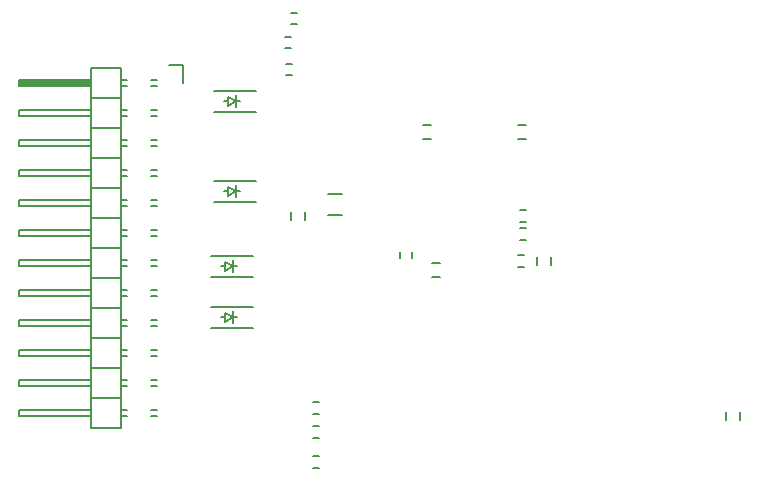
<source format=gbo>
G04 #@! TF.FileFunction,Legend,Bot*
%FSLAX46Y46*%
G04 Gerber Fmt 4.6, Leading zero omitted, Abs format (unit mm)*
G04 Created by KiCad (PCBNEW 4.0.1-stable) date 01/02/2016 19:28:03*
%MOMM*%
G01*
G04 APERTURE LIST*
%ADD10C,0.100000*%
%ADD11C,0.150000*%
G04 APERTURE END LIST*
D10*
D11*
X123910000Y-132130000D02*
X123910000Y-132830000D01*
X125110000Y-132830000D02*
X125110000Y-132130000D01*
X87040000Y-98335000D02*
X87540000Y-98335000D01*
X87540000Y-99285000D02*
X87040000Y-99285000D01*
X86650000Y-102675000D02*
X87150000Y-102675000D01*
X87150000Y-103625000D02*
X86650000Y-103625000D01*
X88904000Y-133383000D02*
X89404000Y-133383000D01*
X89404000Y-134333000D02*
X88904000Y-134333000D01*
X88904000Y-131351000D02*
X89404000Y-131351000D01*
X89404000Y-132301000D02*
X88904000Y-132301000D01*
X86525000Y-100375000D02*
X87025000Y-100375000D01*
X87025000Y-101325000D02*
X86525000Y-101325000D01*
X88904000Y-135923000D02*
X89404000Y-135923000D01*
X89404000Y-136873000D02*
X88904000Y-136873000D01*
X87075000Y-115200000D02*
X87075000Y-115900000D01*
X88275000Y-115900000D02*
X88275000Y-115200000D01*
X98964000Y-120742000D02*
X99664000Y-120742000D01*
X99664000Y-119542000D02*
X98964000Y-119542000D01*
X106950000Y-107840000D02*
X106250000Y-107840000D01*
X106250000Y-109040000D02*
X106950000Y-109040000D01*
X107858000Y-119030000D02*
X107858000Y-119730000D01*
X109058000Y-119730000D02*
X109058000Y-119030000D01*
X98202000Y-109058000D02*
X98902000Y-109058000D01*
X98902000Y-107858000D02*
X98202000Y-107858000D01*
X81746500Y-113464000D02*
X81365500Y-113464000D01*
X82762500Y-113464000D02*
X82381500Y-113464000D01*
X82381500Y-113464000D02*
X81746500Y-113083000D01*
X81746500Y-113083000D02*
X81746500Y-113845000D01*
X81746500Y-113845000D02*
X82381500Y-113464000D01*
X82381500Y-112956000D02*
X82381500Y-113972000D01*
X84064000Y-114364000D02*
X80524000Y-114364000D01*
X84064000Y-112564000D02*
X80524000Y-112564000D01*
X81492500Y-119814000D02*
X81111500Y-119814000D01*
X82508500Y-119814000D02*
X82127500Y-119814000D01*
X82127500Y-119814000D02*
X81492500Y-119433000D01*
X81492500Y-119433000D02*
X81492500Y-120195000D01*
X81492500Y-120195000D02*
X82127500Y-119814000D01*
X82127500Y-119306000D02*
X82127500Y-120322000D01*
X83810000Y-120714000D02*
X80270000Y-120714000D01*
X83810000Y-118914000D02*
X80270000Y-118914000D01*
X81746500Y-105844000D02*
X81365500Y-105844000D01*
X82762500Y-105844000D02*
X82381500Y-105844000D01*
X82381500Y-105844000D02*
X81746500Y-105463000D01*
X81746500Y-105463000D02*
X81746500Y-106225000D01*
X81746500Y-106225000D02*
X82381500Y-105844000D01*
X82381500Y-105336000D02*
X82381500Y-106352000D01*
X84064000Y-106744000D02*
X80524000Y-106744000D01*
X84064000Y-104944000D02*
X80524000Y-104944000D01*
X81492500Y-124132000D02*
X81111500Y-124132000D01*
X82508500Y-124132000D02*
X82127500Y-124132000D01*
X82127500Y-124132000D02*
X81492500Y-123751000D01*
X81492500Y-123751000D02*
X81492500Y-124513000D01*
X81492500Y-124513000D02*
X82127500Y-124132000D01*
X82127500Y-123624000D02*
X82127500Y-124640000D01*
X83810000Y-125032000D02*
X80270000Y-125032000D01*
X83810000Y-123232000D02*
X80270000Y-123232000D01*
X90175000Y-115475000D02*
X91375000Y-115475000D01*
X91375000Y-113725000D02*
X90175000Y-113725000D01*
X75206000Y-104066000D02*
X75714000Y-104066000D01*
X75206000Y-104574000D02*
X75714000Y-104574000D01*
X75206000Y-106606000D02*
X75714000Y-106606000D01*
X75206000Y-107114000D02*
X75714000Y-107114000D01*
X75206000Y-132514000D02*
X75714000Y-132514000D01*
X75206000Y-132006000D02*
X75714000Y-132006000D01*
X75206000Y-129974000D02*
X75714000Y-129974000D01*
X75206000Y-129466000D02*
X75714000Y-129466000D01*
X75206000Y-124386000D02*
X75714000Y-124386000D01*
X75206000Y-124894000D02*
X75714000Y-124894000D01*
X75206000Y-126926000D02*
X75714000Y-126926000D01*
X75206000Y-127434000D02*
X75714000Y-127434000D01*
X75206000Y-122354000D02*
X75714000Y-122354000D01*
X75206000Y-121846000D02*
X75714000Y-121846000D01*
X75206000Y-119814000D02*
X75714000Y-119814000D01*
X75206000Y-119306000D02*
X75714000Y-119306000D01*
X75206000Y-109146000D02*
X75714000Y-109146000D01*
X75206000Y-109654000D02*
X75714000Y-109654000D01*
X75206000Y-111686000D02*
X75714000Y-111686000D01*
X75206000Y-112194000D02*
X75714000Y-112194000D01*
X75206000Y-117274000D02*
X75714000Y-117274000D01*
X75206000Y-116766000D02*
X75714000Y-116766000D01*
X75206000Y-114734000D02*
X75714000Y-114734000D01*
X75206000Y-114226000D02*
X75714000Y-114226000D01*
X72666000Y-129466000D02*
X73174000Y-129466000D01*
X72666000Y-129974000D02*
X73174000Y-129974000D01*
X72666000Y-132006000D02*
X73174000Y-132006000D01*
X72666000Y-132514000D02*
X73174000Y-132514000D01*
X72666000Y-127434000D02*
X73174000Y-127434000D01*
X72666000Y-126926000D02*
X73174000Y-126926000D01*
X72666000Y-124894000D02*
X73174000Y-124894000D01*
X72666000Y-124386000D02*
X73174000Y-124386000D01*
X72666000Y-119306000D02*
X73174000Y-119306000D01*
X72666000Y-119814000D02*
X73174000Y-119814000D01*
X72666000Y-121846000D02*
X73174000Y-121846000D01*
X72666000Y-122354000D02*
X73174000Y-122354000D01*
X72666000Y-117274000D02*
X73174000Y-117274000D01*
X72666000Y-116766000D02*
X73174000Y-116766000D01*
X72666000Y-114734000D02*
X73174000Y-114734000D01*
X72666000Y-114226000D02*
X73174000Y-114226000D01*
X72666000Y-104066000D02*
X73174000Y-104066000D01*
X72666000Y-104574000D02*
X73174000Y-104574000D01*
X72666000Y-106606000D02*
X73174000Y-106606000D01*
X72666000Y-107114000D02*
X73174000Y-107114000D01*
X72666000Y-112194000D02*
X73174000Y-112194000D01*
X72666000Y-111686000D02*
X73174000Y-111686000D01*
X72666000Y-109654000D02*
X73174000Y-109654000D01*
X72666000Y-109146000D02*
X73174000Y-109146000D01*
X76730000Y-102770000D02*
X77880000Y-102770000D01*
X77880000Y-102770000D02*
X77880000Y-104320000D01*
X70126000Y-104193000D02*
X64157000Y-104193000D01*
X64157000Y-104193000D02*
X64157000Y-104447000D01*
X64157000Y-104447000D02*
X69999000Y-104447000D01*
X69999000Y-104447000D02*
X69999000Y-104320000D01*
X69999000Y-104320000D02*
X64157000Y-104320000D01*
X72666000Y-123370000D02*
X70126000Y-123370000D01*
X72666000Y-123370000D02*
X72666000Y-125910000D01*
X72666000Y-125910000D02*
X70126000Y-125910000D01*
X70126000Y-124386000D02*
X64030000Y-124386000D01*
X64030000Y-124386000D02*
X64030000Y-124894000D01*
X64030000Y-124894000D02*
X70126000Y-124894000D01*
X70126000Y-125910000D02*
X70126000Y-123370000D01*
X70126000Y-128450000D02*
X70126000Y-125910000D01*
X64030000Y-127434000D02*
X70126000Y-127434000D01*
X64030000Y-126926000D02*
X64030000Y-127434000D01*
X70126000Y-126926000D02*
X64030000Y-126926000D01*
X72666000Y-128450000D02*
X70126000Y-128450000D01*
X72666000Y-125910000D02*
X72666000Y-128450000D01*
X72666000Y-125910000D02*
X70126000Y-125910000D01*
X72666000Y-130990000D02*
X70126000Y-130990000D01*
X72666000Y-130990000D02*
X72666000Y-133530000D01*
X70126000Y-132006000D02*
X64030000Y-132006000D01*
X64030000Y-132006000D02*
X64030000Y-132514000D01*
X64030000Y-132514000D02*
X70126000Y-132514000D01*
X70126000Y-133530000D02*
X70126000Y-130990000D01*
X70126000Y-130990000D02*
X70126000Y-128450000D01*
X64030000Y-129974000D02*
X70126000Y-129974000D01*
X64030000Y-129466000D02*
X64030000Y-129974000D01*
X70126000Y-129466000D02*
X64030000Y-129466000D01*
X72666000Y-130990000D02*
X70126000Y-130990000D01*
X72666000Y-128450000D02*
X72666000Y-130990000D01*
X72666000Y-128450000D02*
X70126000Y-128450000D01*
X72666000Y-133530000D02*
X70126000Y-133530000D01*
X72666000Y-113210000D02*
X70126000Y-113210000D01*
X72666000Y-113210000D02*
X72666000Y-115750000D01*
X72666000Y-115750000D02*
X70126000Y-115750000D01*
X70126000Y-114226000D02*
X64030000Y-114226000D01*
X64030000Y-114226000D02*
X64030000Y-114734000D01*
X64030000Y-114734000D02*
X70126000Y-114734000D01*
X70126000Y-115750000D02*
X70126000Y-113210000D01*
X70126000Y-118290000D02*
X70126000Y-115750000D01*
X64030000Y-117274000D02*
X70126000Y-117274000D01*
X64030000Y-116766000D02*
X64030000Y-117274000D01*
X70126000Y-116766000D02*
X64030000Y-116766000D01*
X72666000Y-118290000D02*
X70126000Y-118290000D01*
X72666000Y-115750000D02*
X72666000Y-118290000D01*
X72666000Y-115750000D02*
X70126000Y-115750000D01*
X72666000Y-120830000D02*
X70126000Y-120830000D01*
X72666000Y-120830000D02*
X72666000Y-123370000D01*
X72666000Y-123370000D02*
X70126000Y-123370000D01*
X70126000Y-121846000D02*
X64030000Y-121846000D01*
X64030000Y-121846000D02*
X64030000Y-122354000D01*
X64030000Y-122354000D02*
X70126000Y-122354000D01*
X70126000Y-123370000D02*
X70126000Y-120830000D01*
X70126000Y-120830000D02*
X70126000Y-118290000D01*
X64030000Y-119814000D02*
X70126000Y-119814000D01*
X64030000Y-119306000D02*
X64030000Y-119814000D01*
X70126000Y-119306000D02*
X64030000Y-119306000D01*
X72666000Y-120830000D02*
X70126000Y-120830000D01*
X72666000Y-118290000D02*
X72666000Y-120830000D01*
X72666000Y-118290000D02*
X70126000Y-118290000D01*
X72666000Y-108130000D02*
X70126000Y-108130000D01*
X72666000Y-108130000D02*
X72666000Y-110670000D01*
X72666000Y-110670000D02*
X70126000Y-110670000D01*
X70126000Y-109146000D02*
X64030000Y-109146000D01*
X64030000Y-109146000D02*
X64030000Y-109654000D01*
X64030000Y-109654000D02*
X70126000Y-109654000D01*
X70126000Y-110670000D02*
X70126000Y-108130000D01*
X70126000Y-113210000D02*
X70126000Y-110670000D01*
X64030000Y-112194000D02*
X70126000Y-112194000D01*
X64030000Y-111686000D02*
X64030000Y-112194000D01*
X70126000Y-111686000D02*
X64030000Y-111686000D01*
X72666000Y-113210000D02*
X70126000Y-113210000D01*
X72666000Y-110670000D02*
X72666000Y-113210000D01*
X72666000Y-110670000D02*
X70126000Y-110670000D01*
X72666000Y-105590000D02*
X70126000Y-105590000D01*
X72666000Y-105590000D02*
X72666000Y-108130000D01*
X72666000Y-108130000D02*
X70126000Y-108130000D01*
X70126000Y-106606000D02*
X64030000Y-106606000D01*
X64030000Y-106606000D02*
X64030000Y-107114000D01*
X64030000Y-107114000D02*
X70126000Y-107114000D01*
X70126000Y-108130000D02*
X70126000Y-105590000D01*
X70126000Y-105590000D02*
X70126000Y-103050000D01*
X64030000Y-104574000D02*
X70126000Y-104574000D01*
X64030000Y-104066000D02*
X64030000Y-104574000D01*
X70126000Y-104066000D02*
X64030000Y-104066000D01*
X72666000Y-105590000D02*
X70126000Y-105590000D01*
X72666000Y-103050000D02*
X72666000Y-105590000D01*
X72666000Y-103050000D02*
X70126000Y-103050000D01*
X106930000Y-116095000D02*
X106430000Y-116095000D01*
X106430000Y-115045000D02*
X106930000Y-115045000D01*
X106800000Y-119900000D02*
X106300000Y-119900000D01*
X106300000Y-118850000D02*
X106800000Y-118850000D01*
X106930000Y-117619000D02*
X106430000Y-117619000D01*
X106430000Y-116569000D02*
X106930000Y-116569000D01*
X97299000Y-118622000D02*
X97299000Y-119122000D01*
X96249000Y-119122000D02*
X96249000Y-118622000D01*
M02*

</source>
